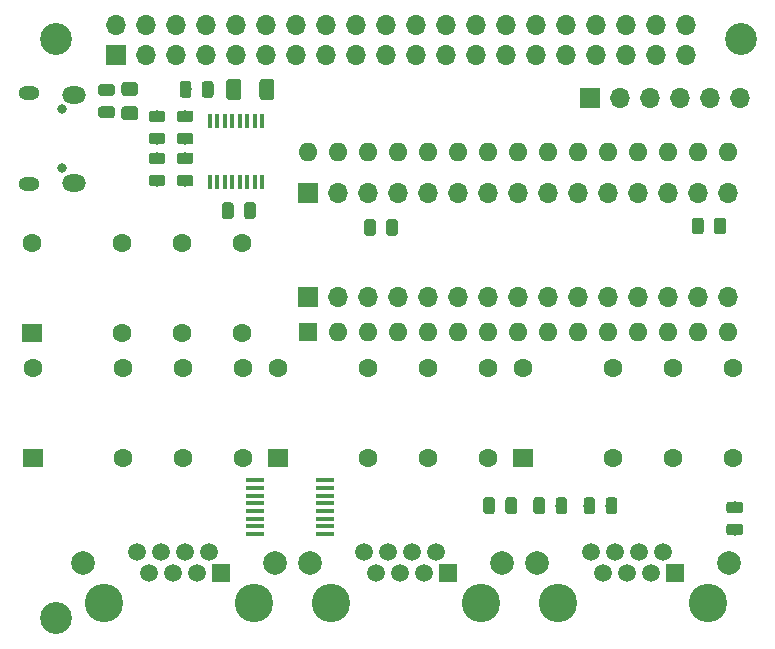
<source format=gbs>
G04 #@! TF.GenerationSoftware,KiCad,Pcbnew,(5.1.4)-1*
G04 #@! TF.CreationDate,2020-09-13T00:14:35-05:00*
G04 #@! TF.ProjectId,NetworkBreaker,4e657477-6f72-46b4-9272-65616b65722e,rev?*
G04 #@! TF.SameCoordinates,Original*
G04 #@! TF.FileFunction,Soldermask,Bot*
G04 #@! TF.FilePolarity,Negative*
%FSLAX46Y46*%
G04 Gerber Fmt 4.6, Leading zero omitted, Abs format (unit mm)*
G04 Created by KiCad (PCBNEW (5.1.4)-1) date 2020-09-13 00:14:35*
%MOMM*%
%LPD*%
G04 APERTURE LIST*
%ADD10O,1.700000X1.700000*%
%ADD11R,1.700000X1.700000*%
%ADD12C,0.150000*%
%ADD13C,0.975000*%
%ADD14C,1.600000*%
%ADD15R,1.800000X1.600000*%
%ADD16O,1.600000X1.600000*%
%ADD17R,1.600000X1.600000*%
%ADD18R,1.500000X0.450000*%
%ADD19C,1.150000*%
%ADD20C,1.250000*%
%ADD21R,0.400000X1.200000*%
%ADD22O,0.800000X0.800000*%
%ADD23O,1.800000X1.150000*%
%ADD24O,2.000000X1.450000*%
%ADD25C,2.000000*%
%ADD26C,3.250000*%
%ADD27C,1.500000*%
%ADD28R,1.500000X1.500000*%
%ADD29C,2.700000*%
G04 APERTURE END LIST*
D10*
X261470000Y-102480000D03*
X258930000Y-102480000D03*
X256390000Y-102480000D03*
X253850000Y-102480000D03*
X251310000Y-102480000D03*
D11*
X248770000Y-102480000D03*
D12*
G36*
X218340142Y-111341174D02*
G01*
X218363803Y-111344684D01*
X218387007Y-111350496D01*
X218409529Y-111358554D01*
X218431153Y-111368782D01*
X218451670Y-111381079D01*
X218470883Y-111395329D01*
X218488607Y-111411393D01*
X218504671Y-111429117D01*
X218518921Y-111448330D01*
X218531218Y-111468847D01*
X218541446Y-111490471D01*
X218549504Y-111512993D01*
X218555316Y-111536197D01*
X218558826Y-111559858D01*
X218560000Y-111583750D01*
X218560000Y-112496250D01*
X218558826Y-112520142D01*
X218555316Y-112543803D01*
X218549504Y-112567007D01*
X218541446Y-112589529D01*
X218531218Y-112611153D01*
X218518921Y-112631670D01*
X218504671Y-112650883D01*
X218488607Y-112668607D01*
X218470883Y-112684671D01*
X218451670Y-112698921D01*
X218431153Y-112711218D01*
X218409529Y-112721446D01*
X218387007Y-112729504D01*
X218363803Y-112735316D01*
X218340142Y-112738826D01*
X218316250Y-112740000D01*
X217828750Y-112740000D01*
X217804858Y-112738826D01*
X217781197Y-112735316D01*
X217757993Y-112729504D01*
X217735471Y-112721446D01*
X217713847Y-112711218D01*
X217693330Y-112698921D01*
X217674117Y-112684671D01*
X217656393Y-112668607D01*
X217640329Y-112650883D01*
X217626079Y-112631670D01*
X217613782Y-112611153D01*
X217603554Y-112589529D01*
X217595496Y-112567007D01*
X217589684Y-112543803D01*
X217586174Y-112520142D01*
X217585000Y-112496250D01*
X217585000Y-111583750D01*
X217586174Y-111559858D01*
X217589684Y-111536197D01*
X217595496Y-111512993D01*
X217603554Y-111490471D01*
X217613782Y-111468847D01*
X217626079Y-111448330D01*
X217640329Y-111429117D01*
X217656393Y-111411393D01*
X217674117Y-111395329D01*
X217693330Y-111381079D01*
X217713847Y-111368782D01*
X217735471Y-111358554D01*
X217757993Y-111350496D01*
X217781197Y-111344684D01*
X217804858Y-111341174D01*
X217828750Y-111340000D01*
X218316250Y-111340000D01*
X218340142Y-111341174D01*
X218340142Y-111341174D01*
G37*
D13*
X218072500Y-112040000D03*
D12*
G36*
X220215142Y-111341174D02*
G01*
X220238803Y-111344684D01*
X220262007Y-111350496D01*
X220284529Y-111358554D01*
X220306153Y-111368782D01*
X220326670Y-111381079D01*
X220345883Y-111395329D01*
X220363607Y-111411393D01*
X220379671Y-111429117D01*
X220393921Y-111448330D01*
X220406218Y-111468847D01*
X220416446Y-111490471D01*
X220424504Y-111512993D01*
X220430316Y-111536197D01*
X220433826Y-111559858D01*
X220435000Y-111583750D01*
X220435000Y-112496250D01*
X220433826Y-112520142D01*
X220430316Y-112543803D01*
X220424504Y-112567007D01*
X220416446Y-112589529D01*
X220406218Y-112611153D01*
X220393921Y-112631670D01*
X220379671Y-112650883D01*
X220363607Y-112668607D01*
X220345883Y-112684671D01*
X220326670Y-112698921D01*
X220306153Y-112711218D01*
X220284529Y-112721446D01*
X220262007Y-112729504D01*
X220238803Y-112735316D01*
X220215142Y-112738826D01*
X220191250Y-112740000D01*
X219703750Y-112740000D01*
X219679858Y-112738826D01*
X219656197Y-112735316D01*
X219632993Y-112729504D01*
X219610471Y-112721446D01*
X219588847Y-112711218D01*
X219568330Y-112698921D01*
X219549117Y-112684671D01*
X219531393Y-112668607D01*
X219515329Y-112650883D01*
X219501079Y-112631670D01*
X219488782Y-112611153D01*
X219478554Y-112589529D01*
X219470496Y-112567007D01*
X219464684Y-112543803D01*
X219461174Y-112520142D01*
X219460000Y-112496250D01*
X219460000Y-111583750D01*
X219461174Y-111559858D01*
X219464684Y-111536197D01*
X219470496Y-111512993D01*
X219478554Y-111490471D01*
X219488782Y-111468847D01*
X219501079Y-111448330D01*
X219515329Y-111429117D01*
X219531393Y-111411393D01*
X219549117Y-111395329D01*
X219568330Y-111381079D01*
X219588847Y-111368782D01*
X219610471Y-111358554D01*
X219632993Y-111350496D01*
X219656197Y-111344684D01*
X219679858Y-111341174D01*
X219703750Y-111340000D01*
X220191250Y-111340000D01*
X220215142Y-111341174D01*
X220215142Y-111341174D01*
G37*
D13*
X219947500Y-112040000D03*
D12*
G36*
X208290142Y-101346174D02*
G01*
X208313803Y-101349684D01*
X208337007Y-101355496D01*
X208359529Y-101363554D01*
X208381153Y-101373782D01*
X208401670Y-101386079D01*
X208420883Y-101400329D01*
X208438607Y-101416393D01*
X208454671Y-101434117D01*
X208468921Y-101453330D01*
X208481218Y-101473847D01*
X208491446Y-101495471D01*
X208499504Y-101517993D01*
X208505316Y-101541197D01*
X208508826Y-101564858D01*
X208510000Y-101588750D01*
X208510000Y-102076250D01*
X208508826Y-102100142D01*
X208505316Y-102123803D01*
X208499504Y-102147007D01*
X208491446Y-102169529D01*
X208481218Y-102191153D01*
X208468921Y-102211670D01*
X208454671Y-102230883D01*
X208438607Y-102248607D01*
X208420883Y-102264671D01*
X208401670Y-102278921D01*
X208381153Y-102291218D01*
X208359529Y-102301446D01*
X208337007Y-102309504D01*
X208313803Y-102315316D01*
X208290142Y-102318826D01*
X208266250Y-102320000D01*
X207353750Y-102320000D01*
X207329858Y-102318826D01*
X207306197Y-102315316D01*
X207282993Y-102309504D01*
X207260471Y-102301446D01*
X207238847Y-102291218D01*
X207218330Y-102278921D01*
X207199117Y-102264671D01*
X207181393Y-102248607D01*
X207165329Y-102230883D01*
X207151079Y-102211670D01*
X207138782Y-102191153D01*
X207128554Y-102169529D01*
X207120496Y-102147007D01*
X207114684Y-102123803D01*
X207111174Y-102100142D01*
X207110000Y-102076250D01*
X207110000Y-101588750D01*
X207111174Y-101564858D01*
X207114684Y-101541197D01*
X207120496Y-101517993D01*
X207128554Y-101495471D01*
X207138782Y-101473847D01*
X207151079Y-101453330D01*
X207165329Y-101434117D01*
X207181393Y-101416393D01*
X207199117Y-101400329D01*
X207218330Y-101386079D01*
X207238847Y-101373782D01*
X207260471Y-101363554D01*
X207282993Y-101355496D01*
X207306197Y-101349684D01*
X207329858Y-101346174D01*
X207353750Y-101345000D01*
X208266250Y-101345000D01*
X208290142Y-101346174D01*
X208290142Y-101346174D01*
G37*
D13*
X207810000Y-101832500D03*
D12*
G36*
X208290142Y-103221174D02*
G01*
X208313803Y-103224684D01*
X208337007Y-103230496D01*
X208359529Y-103238554D01*
X208381153Y-103248782D01*
X208401670Y-103261079D01*
X208420883Y-103275329D01*
X208438607Y-103291393D01*
X208454671Y-103309117D01*
X208468921Y-103328330D01*
X208481218Y-103348847D01*
X208491446Y-103370471D01*
X208499504Y-103392993D01*
X208505316Y-103416197D01*
X208508826Y-103439858D01*
X208510000Y-103463750D01*
X208510000Y-103951250D01*
X208508826Y-103975142D01*
X208505316Y-103998803D01*
X208499504Y-104022007D01*
X208491446Y-104044529D01*
X208481218Y-104066153D01*
X208468921Y-104086670D01*
X208454671Y-104105883D01*
X208438607Y-104123607D01*
X208420883Y-104139671D01*
X208401670Y-104153921D01*
X208381153Y-104166218D01*
X208359529Y-104176446D01*
X208337007Y-104184504D01*
X208313803Y-104190316D01*
X208290142Y-104193826D01*
X208266250Y-104195000D01*
X207353750Y-104195000D01*
X207329858Y-104193826D01*
X207306197Y-104190316D01*
X207282993Y-104184504D01*
X207260471Y-104176446D01*
X207238847Y-104166218D01*
X207218330Y-104153921D01*
X207199117Y-104139671D01*
X207181393Y-104123607D01*
X207165329Y-104105883D01*
X207151079Y-104086670D01*
X207138782Y-104066153D01*
X207128554Y-104044529D01*
X207120496Y-104022007D01*
X207114684Y-103998803D01*
X207111174Y-103975142D01*
X207110000Y-103951250D01*
X207110000Y-103463750D01*
X207111174Y-103439858D01*
X207114684Y-103416197D01*
X207120496Y-103392993D01*
X207128554Y-103370471D01*
X207138782Y-103348847D01*
X207151079Y-103328330D01*
X207165329Y-103309117D01*
X207181393Y-103291393D01*
X207199117Y-103275329D01*
X207218330Y-103261079D01*
X207238847Y-103248782D01*
X207260471Y-103238554D01*
X207282993Y-103230496D01*
X207306197Y-103224684D01*
X207329858Y-103221174D01*
X207353750Y-103220000D01*
X208266250Y-103220000D01*
X208290142Y-103221174D01*
X208290142Y-103221174D01*
G37*
D13*
X207810000Y-103707500D03*
D14*
X255790000Y-133000000D03*
X260870000Y-133000000D03*
X250710000Y-133000000D03*
X243090000Y-125380000D03*
D15*
X243090000Y-133000000D03*
D14*
X260870000Y-125380000D03*
X255790000Y-125380000D03*
X250710000Y-125380000D03*
X235015000Y-133000000D03*
X240095000Y-133000000D03*
X229935000Y-133000000D03*
X222315000Y-125380000D03*
D15*
X222315000Y-133000000D03*
D14*
X240095000Y-125380000D03*
X235015000Y-125380000D03*
X229935000Y-125380000D03*
D12*
G36*
X242335142Y-136321174D02*
G01*
X242358803Y-136324684D01*
X242382007Y-136330496D01*
X242404529Y-136338554D01*
X242426153Y-136348782D01*
X242446670Y-136361079D01*
X242465883Y-136375329D01*
X242483607Y-136391393D01*
X242499671Y-136409117D01*
X242513921Y-136428330D01*
X242526218Y-136448847D01*
X242536446Y-136470471D01*
X242544504Y-136492993D01*
X242550316Y-136516197D01*
X242553826Y-136539858D01*
X242555000Y-136563750D01*
X242555000Y-137476250D01*
X242553826Y-137500142D01*
X242550316Y-137523803D01*
X242544504Y-137547007D01*
X242536446Y-137569529D01*
X242526218Y-137591153D01*
X242513921Y-137611670D01*
X242499671Y-137630883D01*
X242483607Y-137648607D01*
X242465883Y-137664671D01*
X242446670Y-137678921D01*
X242426153Y-137691218D01*
X242404529Y-137701446D01*
X242382007Y-137709504D01*
X242358803Y-137715316D01*
X242335142Y-137718826D01*
X242311250Y-137720000D01*
X241823750Y-137720000D01*
X241799858Y-137718826D01*
X241776197Y-137715316D01*
X241752993Y-137709504D01*
X241730471Y-137701446D01*
X241708847Y-137691218D01*
X241688330Y-137678921D01*
X241669117Y-137664671D01*
X241651393Y-137648607D01*
X241635329Y-137630883D01*
X241621079Y-137611670D01*
X241608782Y-137591153D01*
X241598554Y-137569529D01*
X241590496Y-137547007D01*
X241584684Y-137523803D01*
X241581174Y-137500142D01*
X241580000Y-137476250D01*
X241580000Y-136563750D01*
X241581174Y-136539858D01*
X241584684Y-136516197D01*
X241590496Y-136492993D01*
X241598554Y-136470471D01*
X241608782Y-136448847D01*
X241621079Y-136428330D01*
X241635329Y-136409117D01*
X241651393Y-136391393D01*
X241669117Y-136375329D01*
X241688330Y-136361079D01*
X241708847Y-136348782D01*
X241730471Y-136338554D01*
X241752993Y-136330496D01*
X241776197Y-136324684D01*
X241799858Y-136321174D01*
X241823750Y-136320000D01*
X242311250Y-136320000D01*
X242335142Y-136321174D01*
X242335142Y-136321174D01*
G37*
D13*
X242067500Y-137020000D03*
D12*
G36*
X240460142Y-136321174D02*
G01*
X240483803Y-136324684D01*
X240507007Y-136330496D01*
X240529529Y-136338554D01*
X240551153Y-136348782D01*
X240571670Y-136361079D01*
X240590883Y-136375329D01*
X240608607Y-136391393D01*
X240624671Y-136409117D01*
X240638921Y-136428330D01*
X240651218Y-136448847D01*
X240661446Y-136470471D01*
X240669504Y-136492993D01*
X240675316Y-136516197D01*
X240678826Y-136539858D01*
X240680000Y-136563750D01*
X240680000Y-137476250D01*
X240678826Y-137500142D01*
X240675316Y-137523803D01*
X240669504Y-137547007D01*
X240661446Y-137569529D01*
X240651218Y-137591153D01*
X240638921Y-137611670D01*
X240624671Y-137630883D01*
X240608607Y-137648607D01*
X240590883Y-137664671D01*
X240571670Y-137678921D01*
X240551153Y-137691218D01*
X240529529Y-137701446D01*
X240507007Y-137709504D01*
X240483803Y-137715316D01*
X240460142Y-137718826D01*
X240436250Y-137720000D01*
X239948750Y-137720000D01*
X239924858Y-137718826D01*
X239901197Y-137715316D01*
X239877993Y-137709504D01*
X239855471Y-137701446D01*
X239833847Y-137691218D01*
X239813330Y-137678921D01*
X239794117Y-137664671D01*
X239776393Y-137648607D01*
X239760329Y-137630883D01*
X239746079Y-137611670D01*
X239733782Y-137591153D01*
X239723554Y-137569529D01*
X239715496Y-137547007D01*
X239709684Y-137523803D01*
X239706174Y-137500142D01*
X239705000Y-137476250D01*
X239705000Y-136563750D01*
X239706174Y-136539858D01*
X239709684Y-136516197D01*
X239715496Y-136492993D01*
X239723554Y-136470471D01*
X239733782Y-136448847D01*
X239746079Y-136428330D01*
X239760329Y-136409117D01*
X239776393Y-136391393D01*
X239794117Y-136375329D01*
X239813330Y-136361079D01*
X239833847Y-136348782D01*
X239855471Y-136338554D01*
X239877993Y-136330496D01*
X239901197Y-136324684D01*
X239924858Y-136321174D01*
X239948750Y-136320000D01*
X240436250Y-136320000D01*
X240460142Y-136321174D01*
X240460142Y-136321174D01*
G37*
D13*
X240192500Y-137020000D03*
D12*
G36*
X230380142Y-112761174D02*
G01*
X230403803Y-112764684D01*
X230427007Y-112770496D01*
X230449529Y-112778554D01*
X230471153Y-112788782D01*
X230491670Y-112801079D01*
X230510883Y-112815329D01*
X230528607Y-112831393D01*
X230544671Y-112849117D01*
X230558921Y-112868330D01*
X230571218Y-112888847D01*
X230581446Y-112910471D01*
X230589504Y-112932993D01*
X230595316Y-112956197D01*
X230598826Y-112979858D01*
X230600000Y-113003750D01*
X230600000Y-113916250D01*
X230598826Y-113940142D01*
X230595316Y-113963803D01*
X230589504Y-113987007D01*
X230581446Y-114009529D01*
X230571218Y-114031153D01*
X230558921Y-114051670D01*
X230544671Y-114070883D01*
X230528607Y-114088607D01*
X230510883Y-114104671D01*
X230491670Y-114118921D01*
X230471153Y-114131218D01*
X230449529Y-114141446D01*
X230427007Y-114149504D01*
X230403803Y-114155316D01*
X230380142Y-114158826D01*
X230356250Y-114160000D01*
X229868750Y-114160000D01*
X229844858Y-114158826D01*
X229821197Y-114155316D01*
X229797993Y-114149504D01*
X229775471Y-114141446D01*
X229753847Y-114131218D01*
X229733330Y-114118921D01*
X229714117Y-114104671D01*
X229696393Y-114088607D01*
X229680329Y-114070883D01*
X229666079Y-114051670D01*
X229653782Y-114031153D01*
X229643554Y-114009529D01*
X229635496Y-113987007D01*
X229629684Y-113963803D01*
X229626174Y-113940142D01*
X229625000Y-113916250D01*
X229625000Y-113003750D01*
X229626174Y-112979858D01*
X229629684Y-112956197D01*
X229635496Y-112932993D01*
X229643554Y-112910471D01*
X229653782Y-112888847D01*
X229666079Y-112868330D01*
X229680329Y-112849117D01*
X229696393Y-112831393D01*
X229714117Y-112815329D01*
X229733330Y-112801079D01*
X229753847Y-112788782D01*
X229775471Y-112778554D01*
X229797993Y-112770496D01*
X229821197Y-112764684D01*
X229844858Y-112761174D01*
X229868750Y-112760000D01*
X230356250Y-112760000D01*
X230380142Y-112761174D01*
X230380142Y-112761174D01*
G37*
D13*
X230112500Y-113460000D03*
D12*
G36*
X232255142Y-112761174D02*
G01*
X232278803Y-112764684D01*
X232302007Y-112770496D01*
X232324529Y-112778554D01*
X232346153Y-112788782D01*
X232366670Y-112801079D01*
X232385883Y-112815329D01*
X232403607Y-112831393D01*
X232419671Y-112849117D01*
X232433921Y-112868330D01*
X232446218Y-112888847D01*
X232456446Y-112910471D01*
X232464504Y-112932993D01*
X232470316Y-112956197D01*
X232473826Y-112979858D01*
X232475000Y-113003750D01*
X232475000Y-113916250D01*
X232473826Y-113940142D01*
X232470316Y-113963803D01*
X232464504Y-113987007D01*
X232456446Y-114009529D01*
X232446218Y-114031153D01*
X232433921Y-114051670D01*
X232419671Y-114070883D01*
X232403607Y-114088607D01*
X232385883Y-114104671D01*
X232366670Y-114118921D01*
X232346153Y-114131218D01*
X232324529Y-114141446D01*
X232302007Y-114149504D01*
X232278803Y-114155316D01*
X232255142Y-114158826D01*
X232231250Y-114160000D01*
X231743750Y-114160000D01*
X231719858Y-114158826D01*
X231696197Y-114155316D01*
X231672993Y-114149504D01*
X231650471Y-114141446D01*
X231628847Y-114131218D01*
X231608330Y-114118921D01*
X231589117Y-114104671D01*
X231571393Y-114088607D01*
X231555329Y-114070883D01*
X231541079Y-114051670D01*
X231528782Y-114031153D01*
X231518554Y-114009529D01*
X231510496Y-113987007D01*
X231504684Y-113963803D01*
X231501174Y-113940142D01*
X231500000Y-113916250D01*
X231500000Y-113003750D01*
X231501174Y-112979858D01*
X231504684Y-112956197D01*
X231510496Y-112932993D01*
X231518554Y-112910471D01*
X231528782Y-112888847D01*
X231541079Y-112868330D01*
X231555329Y-112849117D01*
X231571393Y-112831393D01*
X231589117Y-112815329D01*
X231608330Y-112801079D01*
X231628847Y-112788782D01*
X231650471Y-112778554D01*
X231672993Y-112770496D01*
X231696197Y-112764684D01*
X231719858Y-112761174D01*
X231743750Y-112760000D01*
X232231250Y-112760000D01*
X232255142Y-112761174D01*
X232255142Y-112761174D01*
G37*
D13*
X231987500Y-113460000D03*
D12*
G36*
X258140142Y-112641174D02*
G01*
X258163803Y-112644684D01*
X258187007Y-112650496D01*
X258209529Y-112658554D01*
X258231153Y-112668782D01*
X258251670Y-112681079D01*
X258270883Y-112695329D01*
X258288607Y-112711393D01*
X258304671Y-112729117D01*
X258318921Y-112748330D01*
X258331218Y-112768847D01*
X258341446Y-112790471D01*
X258349504Y-112812993D01*
X258355316Y-112836197D01*
X258358826Y-112859858D01*
X258360000Y-112883750D01*
X258360000Y-113796250D01*
X258358826Y-113820142D01*
X258355316Y-113843803D01*
X258349504Y-113867007D01*
X258341446Y-113889529D01*
X258331218Y-113911153D01*
X258318921Y-113931670D01*
X258304671Y-113950883D01*
X258288607Y-113968607D01*
X258270883Y-113984671D01*
X258251670Y-113998921D01*
X258231153Y-114011218D01*
X258209529Y-114021446D01*
X258187007Y-114029504D01*
X258163803Y-114035316D01*
X258140142Y-114038826D01*
X258116250Y-114040000D01*
X257628750Y-114040000D01*
X257604858Y-114038826D01*
X257581197Y-114035316D01*
X257557993Y-114029504D01*
X257535471Y-114021446D01*
X257513847Y-114011218D01*
X257493330Y-113998921D01*
X257474117Y-113984671D01*
X257456393Y-113968607D01*
X257440329Y-113950883D01*
X257426079Y-113931670D01*
X257413782Y-113911153D01*
X257403554Y-113889529D01*
X257395496Y-113867007D01*
X257389684Y-113843803D01*
X257386174Y-113820142D01*
X257385000Y-113796250D01*
X257385000Y-112883750D01*
X257386174Y-112859858D01*
X257389684Y-112836197D01*
X257395496Y-112812993D01*
X257403554Y-112790471D01*
X257413782Y-112768847D01*
X257426079Y-112748330D01*
X257440329Y-112729117D01*
X257456393Y-112711393D01*
X257474117Y-112695329D01*
X257493330Y-112681079D01*
X257513847Y-112668782D01*
X257535471Y-112658554D01*
X257557993Y-112650496D01*
X257581197Y-112644684D01*
X257604858Y-112641174D01*
X257628750Y-112640000D01*
X258116250Y-112640000D01*
X258140142Y-112641174D01*
X258140142Y-112641174D01*
G37*
D13*
X257872500Y-113340000D03*
D12*
G36*
X260015142Y-112641174D02*
G01*
X260038803Y-112644684D01*
X260062007Y-112650496D01*
X260084529Y-112658554D01*
X260106153Y-112668782D01*
X260126670Y-112681079D01*
X260145883Y-112695329D01*
X260163607Y-112711393D01*
X260179671Y-112729117D01*
X260193921Y-112748330D01*
X260206218Y-112768847D01*
X260216446Y-112790471D01*
X260224504Y-112812993D01*
X260230316Y-112836197D01*
X260233826Y-112859858D01*
X260235000Y-112883750D01*
X260235000Y-113796250D01*
X260233826Y-113820142D01*
X260230316Y-113843803D01*
X260224504Y-113867007D01*
X260216446Y-113889529D01*
X260206218Y-113911153D01*
X260193921Y-113931670D01*
X260179671Y-113950883D01*
X260163607Y-113968607D01*
X260145883Y-113984671D01*
X260126670Y-113998921D01*
X260106153Y-114011218D01*
X260084529Y-114021446D01*
X260062007Y-114029504D01*
X260038803Y-114035316D01*
X260015142Y-114038826D01*
X259991250Y-114040000D01*
X259503750Y-114040000D01*
X259479858Y-114038826D01*
X259456197Y-114035316D01*
X259432993Y-114029504D01*
X259410471Y-114021446D01*
X259388847Y-114011218D01*
X259368330Y-113998921D01*
X259349117Y-113984671D01*
X259331393Y-113968607D01*
X259315329Y-113950883D01*
X259301079Y-113931670D01*
X259288782Y-113911153D01*
X259278554Y-113889529D01*
X259270496Y-113867007D01*
X259264684Y-113843803D01*
X259261174Y-113820142D01*
X259260000Y-113796250D01*
X259260000Y-112883750D01*
X259261174Y-112859858D01*
X259264684Y-112836197D01*
X259270496Y-112812993D01*
X259278554Y-112790471D01*
X259288782Y-112768847D01*
X259301079Y-112748330D01*
X259315329Y-112729117D01*
X259331393Y-112711393D01*
X259349117Y-112695329D01*
X259368330Y-112681079D01*
X259388847Y-112668782D01*
X259410471Y-112658554D01*
X259432993Y-112650496D01*
X259456197Y-112644684D01*
X259479858Y-112641174D01*
X259503750Y-112640000D01*
X259991250Y-112640000D01*
X260015142Y-112641174D01*
X260015142Y-112641174D01*
G37*
D13*
X259747500Y-113340000D03*
D10*
X260400000Y-119320000D03*
X257860000Y-119320000D03*
X255320000Y-119320000D03*
X252780000Y-119320000D03*
X250240000Y-119320000D03*
X247700000Y-119320000D03*
X245160000Y-119320000D03*
X242620000Y-119320000D03*
X240080000Y-119320000D03*
X237540000Y-119320000D03*
X235000000Y-119320000D03*
X232460000Y-119320000D03*
X229920000Y-119320000D03*
X227380000Y-119320000D03*
D11*
X224840000Y-119320000D03*
D10*
X260430000Y-110590000D03*
X257890000Y-110590000D03*
X255350000Y-110590000D03*
X252810000Y-110590000D03*
X250270000Y-110590000D03*
X247730000Y-110590000D03*
X245190000Y-110590000D03*
X242650000Y-110590000D03*
X240110000Y-110590000D03*
X237570000Y-110590000D03*
X235030000Y-110590000D03*
X232490000Y-110590000D03*
X229950000Y-110590000D03*
X227410000Y-110590000D03*
D11*
X224870000Y-110590000D03*
D16*
X260420000Y-107090000D03*
X260420000Y-122330000D03*
X224860000Y-107090000D03*
X257880000Y-122330000D03*
X227400000Y-107090000D03*
X255340000Y-122330000D03*
X229940000Y-107090000D03*
X252800000Y-122330000D03*
X232480000Y-107090000D03*
X250260000Y-122330000D03*
X235020000Y-107090000D03*
X247720000Y-122330000D03*
X237560000Y-107090000D03*
X245180000Y-122330000D03*
X240100000Y-107090000D03*
X242640000Y-122330000D03*
X242640000Y-107090000D03*
X240100000Y-122330000D03*
X245180000Y-107090000D03*
X237560000Y-122330000D03*
X247720000Y-107090000D03*
X235020000Y-122330000D03*
X250260000Y-107090000D03*
X232480000Y-122330000D03*
X252800000Y-107090000D03*
X229940000Y-122330000D03*
X255340000Y-107090000D03*
X227400000Y-122330000D03*
X257880000Y-107090000D03*
D17*
X224860000Y-122330000D03*
D10*
X256896000Y-96342500D03*
X256896000Y-98882500D03*
X254356000Y-96342500D03*
X254356000Y-98882500D03*
X251816000Y-96342500D03*
X251816000Y-98882500D03*
X249276000Y-96342500D03*
X249276000Y-98882500D03*
X246736000Y-96342500D03*
X246736000Y-98882500D03*
X244196000Y-96342500D03*
X244196000Y-98882500D03*
X241656000Y-96342500D03*
X241656000Y-98882500D03*
X239116000Y-96342500D03*
X239116000Y-98882500D03*
X236576000Y-96342500D03*
X236576000Y-98882500D03*
X234036000Y-96342500D03*
X234036000Y-98882500D03*
X231496000Y-96342500D03*
X231496000Y-98882500D03*
X228956000Y-96342500D03*
X228956000Y-98882500D03*
X226416000Y-96342500D03*
X226416000Y-98882500D03*
X223876000Y-96342500D03*
X223876000Y-98882500D03*
X221336000Y-96342500D03*
X221336000Y-98882500D03*
X218796000Y-96342500D03*
X218796000Y-98882500D03*
X216256000Y-96342500D03*
X216256000Y-98882500D03*
X213716000Y-96342500D03*
X213716000Y-98882500D03*
X211176000Y-96342500D03*
X211176000Y-98882500D03*
X208636000Y-96342500D03*
D11*
X208636000Y-98882500D03*
D18*
X226290000Y-139425000D03*
X226290000Y-138775000D03*
X226290000Y-138125000D03*
X226290000Y-137475000D03*
X226290000Y-136825000D03*
X226290000Y-136175000D03*
X226290000Y-135525000D03*
X226290000Y-134875000D03*
X220390000Y-134875000D03*
X220390000Y-135525000D03*
X220390000Y-136175000D03*
X220390000Y-136825000D03*
X220390000Y-137475000D03*
X220390000Y-138125000D03*
X220390000Y-138775000D03*
X220390000Y-139425000D03*
D12*
G36*
X261470142Y-138561174D02*
G01*
X261493803Y-138564684D01*
X261517007Y-138570496D01*
X261539529Y-138578554D01*
X261561153Y-138588782D01*
X261581670Y-138601079D01*
X261600883Y-138615329D01*
X261618607Y-138631393D01*
X261634671Y-138649117D01*
X261648921Y-138668330D01*
X261661218Y-138688847D01*
X261671446Y-138710471D01*
X261679504Y-138732993D01*
X261685316Y-138756197D01*
X261688826Y-138779858D01*
X261690000Y-138803750D01*
X261690000Y-139291250D01*
X261688826Y-139315142D01*
X261685316Y-139338803D01*
X261679504Y-139362007D01*
X261671446Y-139384529D01*
X261661218Y-139406153D01*
X261648921Y-139426670D01*
X261634671Y-139445883D01*
X261618607Y-139463607D01*
X261600883Y-139479671D01*
X261581670Y-139493921D01*
X261561153Y-139506218D01*
X261539529Y-139516446D01*
X261517007Y-139524504D01*
X261493803Y-139530316D01*
X261470142Y-139533826D01*
X261446250Y-139535000D01*
X260533750Y-139535000D01*
X260509858Y-139533826D01*
X260486197Y-139530316D01*
X260462993Y-139524504D01*
X260440471Y-139516446D01*
X260418847Y-139506218D01*
X260398330Y-139493921D01*
X260379117Y-139479671D01*
X260361393Y-139463607D01*
X260345329Y-139445883D01*
X260331079Y-139426670D01*
X260318782Y-139406153D01*
X260308554Y-139384529D01*
X260300496Y-139362007D01*
X260294684Y-139338803D01*
X260291174Y-139315142D01*
X260290000Y-139291250D01*
X260290000Y-138803750D01*
X260291174Y-138779858D01*
X260294684Y-138756197D01*
X260300496Y-138732993D01*
X260308554Y-138710471D01*
X260318782Y-138688847D01*
X260331079Y-138668330D01*
X260345329Y-138649117D01*
X260361393Y-138631393D01*
X260379117Y-138615329D01*
X260398330Y-138601079D01*
X260418847Y-138588782D01*
X260440471Y-138578554D01*
X260462993Y-138570496D01*
X260486197Y-138564684D01*
X260509858Y-138561174D01*
X260533750Y-138560000D01*
X261446250Y-138560000D01*
X261470142Y-138561174D01*
X261470142Y-138561174D01*
G37*
D13*
X260990000Y-139047500D03*
D12*
G36*
X261470142Y-136686174D02*
G01*
X261493803Y-136689684D01*
X261517007Y-136695496D01*
X261539529Y-136703554D01*
X261561153Y-136713782D01*
X261581670Y-136726079D01*
X261600883Y-136740329D01*
X261618607Y-136756393D01*
X261634671Y-136774117D01*
X261648921Y-136793330D01*
X261661218Y-136813847D01*
X261671446Y-136835471D01*
X261679504Y-136857993D01*
X261685316Y-136881197D01*
X261688826Y-136904858D01*
X261690000Y-136928750D01*
X261690000Y-137416250D01*
X261688826Y-137440142D01*
X261685316Y-137463803D01*
X261679504Y-137487007D01*
X261671446Y-137509529D01*
X261661218Y-137531153D01*
X261648921Y-137551670D01*
X261634671Y-137570883D01*
X261618607Y-137588607D01*
X261600883Y-137604671D01*
X261581670Y-137618921D01*
X261561153Y-137631218D01*
X261539529Y-137641446D01*
X261517007Y-137649504D01*
X261493803Y-137655316D01*
X261470142Y-137658826D01*
X261446250Y-137660000D01*
X260533750Y-137660000D01*
X260509858Y-137658826D01*
X260486197Y-137655316D01*
X260462993Y-137649504D01*
X260440471Y-137641446D01*
X260418847Y-137631218D01*
X260398330Y-137618921D01*
X260379117Y-137604671D01*
X260361393Y-137588607D01*
X260345329Y-137570883D01*
X260331079Y-137551670D01*
X260318782Y-137531153D01*
X260308554Y-137509529D01*
X260300496Y-137487007D01*
X260294684Y-137463803D01*
X260291174Y-137440142D01*
X260290000Y-137416250D01*
X260290000Y-136928750D01*
X260291174Y-136904858D01*
X260294684Y-136881197D01*
X260300496Y-136857993D01*
X260308554Y-136835471D01*
X260318782Y-136813847D01*
X260331079Y-136793330D01*
X260345329Y-136774117D01*
X260361393Y-136756393D01*
X260379117Y-136740329D01*
X260398330Y-136726079D01*
X260418847Y-136713782D01*
X260440471Y-136703554D01*
X260462993Y-136695496D01*
X260486197Y-136689684D01*
X260509858Y-136686174D01*
X260533750Y-136685000D01*
X261446250Y-136685000D01*
X261470142Y-136686174D01*
X261470142Y-136686174D01*
G37*
D13*
X260990000Y-137172500D03*
D12*
G36*
X250825142Y-136321174D02*
G01*
X250848803Y-136324684D01*
X250872007Y-136330496D01*
X250894529Y-136338554D01*
X250916153Y-136348782D01*
X250936670Y-136361079D01*
X250955883Y-136375329D01*
X250973607Y-136391393D01*
X250989671Y-136409117D01*
X251003921Y-136428330D01*
X251016218Y-136448847D01*
X251026446Y-136470471D01*
X251034504Y-136492993D01*
X251040316Y-136516197D01*
X251043826Y-136539858D01*
X251045000Y-136563750D01*
X251045000Y-137476250D01*
X251043826Y-137500142D01*
X251040316Y-137523803D01*
X251034504Y-137547007D01*
X251026446Y-137569529D01*
X251016218Y-137591153D01*
X251003921Y-137611670D01*
X250989671Y-137630883D01*
X250973607Y-137648607D01*
X250955883Y-137664671D01*
X250936670Y-137678921D01*
X250916153Y-137691218D01*
X250894529Y-137701446D01*
X250872007Y-137709504D01*
X250848803Y-137715316D01*
X250825142Y-137718826D01*
X250801250Y-137720000D01*
X250313750Y-137720000D01*
X250289858Y-137718826D01*
X250266197Y-137715316D01*
X250242993Y-137709504D01*
X250220471Y-137701446D01*
X250198847Y-137691218D01*
X250178330Y-137678921D01*
X250159117Y-137664671D01*
X250141393Y-137648607D01*
X250125329Y-137630883D01*
X250111079Y-137611670D01*
X250098782Y-137591153D01*
X250088554Y-137569529D01*
X250080496Y-137547007D01*
X250074684Y-137523803D01*
X250071174Y-137500142D01*
X250070000Y-137476250D01*
X250070000Y-136563750D01*
X250071174Y-136539858D01*
X250074684Y-136516197D01*
X250080496Y-136492993D01*
X250088554Y-136470471D01*
X250098782Y-136448847D01*
X250111079Y-136428330D01*
X250125329Y-136409117D01*
X250141393Y-136391393D01*
X250159117Y-136375329D01*
X250178330Y-136361079D01*
X250198847Y-136348782D01*
X250220471Y-136338554D01*
X250242993Y-136330496D01*
X250266197Y-136324684D01*
X250289858Y-136321174D01*
X250313750Y-136320000D01*
X250801250Y-136320000D01*
X250825142Y-136321174D01*
X250825142Y-136321174D01*
G37*
D13*
X250557500Y-137020000D03*
D12*
G36*
X248950142Y-136321174D02*
G01*
X248973803Y-136324684D01*
X248997007Y-136330496D01*
X249019529Y-136338554D01*
X249041153Y-136348782D01*
X249061670Y-136361079D01*
X249080883Y-136375329D01*
X249098607Y-136391393D01*
X249114671Y-136409117D01*
X249128921Y-136428330D01*
X249141218Y-136448847D01*
X249151446Y-136470471D01*
X249159504Y-136492993D01*
X249165316Y-136516197D01*
X249168826Y-136539858D01*
X249170000Y-136563750D01*
X249170000Y-137476250D01*
X249168826Y-137500142D01*
X249165316Y-137523803D01*
X249159504Y-137547007D01*
X249151446Y-137569529D01*
X249141218Y-137591153D01*
X249128921Y-137611670D01*
X249114671Y-137630883D01*
X249098607Y-137648607D01*
X249080883Y-137664671D01*
X249061670Y-137678921D01*
X249041153Y-137691218D01*
X249019529Y-137701446D01*
X248997007Y-137709504D01*
X248973803Y-137715316D01*
X248950142Y-137718826D01*
X248926250Y-137720000D01*
X248438750Y-137720000D01*
X248414858Y-137718826D01*
X248391197Y-137715316D01*
X248367993Y-137709504D01*
X248345471Y-137701446D01*
X248323847Y-137691218D01*
X248303330Y-137678921D01*
X248284117Y-137664671D01*
X248266393Y-137648607D01*
X248250329Y-137630883D01*
X248236079Y-137611670D01*
X248223782Y-137591153D01*
X248213554Y-137569529D01*
X248205496Y-137547007D01*
X248199684Y-137523803D01*
X248196174Y-137500142D01*
X248195000Y-137476250D01*
X248195000Y-136563750D01*
X248196174Y-136539858D01*
X248199684Y-136516197D01*
X248205496Y-136492993D01*
X248213554Y-136470471D01*
X248223782Y-136448847D01*
X248236079Y-136428330D01*
X248250329Y-136409117D01*
X248266393Y-136391393D01*
X248284117Y-136375329D01*
X248303330Y-136361079D01*
X248323847Y-136348782D01*
X248345471Y-136338554D01*
X248367993Y-136330496D01*
X248391197Y-136324684D01*
X248414858Y-136321174D01*
X248438750Y-136320000D01*
X248926250Y-136320000D01*
X248950142Y-136321174D01*
X248950142Y-136321174D01*
G37*
D13*
X248682500Y-137020000D03*
D12*
G36*
X246580142Y-136321174D02*
G01*
X246603803Y-136324684D01*
X246627007Y-136330496D01*
X246649529Y-136338554D01*
X246671153Y-136348782D01*
X246691670Y-136361079D01*
X246710883Y-136375329D01*
X246728607Y-136391393D01*
X246744671Y-136409117D01*
X246758921Y-136428330D01*
X246771218Y-136448847D01*
X246781446Y-136470471D01*
X246789504Y-136492993D01*
X246795316Y-136516197D01*
X246798826Y-136539858D01*
X246800000Y-136563750D01*
X246800000Y-137476250D01*
X246798826Y-137500142D01*
X246795316Y-137523803D01*
X246789504Y-137547007D01*
X246781446Y-137569529D01*
X246771218Y-137591153D01*
X246758921Y-137611670D01*
X246744671Y-137630883D01*
X246728607Y-137648607D01*
X246710883Y-137664671D01*
X246691670Y-137678921D01*
X246671153Y-137691218D01*
X246649529Y-137701446D01*
X246627007Y-137709504D01*
X246603803Y-137715316D01*
X246580142Y-137718826D01*
X246556250Y-137720000D01*
X246068750Y-137720000D01*
X246044858Y-137718826D01*
X246021197Y-137715316D01*
X245997993Y-137709504D01*
X245975471Y-137701446D01*
X245953847Y-137691218D01*
X245933330Y-137678921D01*
X245914117Y-137664671D01*
X245896393Y-137648607D01*
X245880329Y-137630883D01*
X245866079Y-137611670D01*
X245853782Y-137591153D01*
X245843554Y-137569529D01*
X245835496Y-137547007D01*
X245829684Y-137523803D01*
X245826174Y-137500142D01*
X245825000Y-137476250D01*
X245825000Y-136563750D01*
X245826174Y-136539858D01*
X245829684Y-136516197D01*
X245835496Y-136492993D01*
X245843554Y-136470471D01*
X245853782Y-136448847D01*
X245866079Y-136428330D01*
X245880329Y-136409117D01*
X245896393Y-136391393D01*
X245914117Y-136375329D01*
X245933330Y-136361079D01*
X245953847Y-136348782D01*
X245975471Y-136338554D01*
X245997993Y-136330496D01*
X246021197Y-136324684D01*
X246044858Y-136321174D01*
X246068750Y-136320000D01*
X246556250Y-136320000D01*
X246580142Y-136321174D01*
X246580142Y-136321174D01*
G37*
D13*
X246312500Y-137020000D03*
D12*
G36*
X244705142Y-136321174D02*
G01*
X244728803Y-136324684D01*
X244752007Y-136330496D01*
X244774529Y-136338554D01*
X244796153Y-136348782D01*
X244816670Y-136361079D01*
X244835883Y-136375329D01*
X244853607Y-136391393D01*
X244869671Y-136409117D01*
X244883921Y-136428330D01*
X244896218Y-136448847D01*
X244906446Y-136470471D01*
X244914504Y-136492993D01*
X244920316Y-136516197D01*
X244923826Y-136539858D01*
X244925000Y-136563750D01*
X244925000Y-137476250D01*
X244923826Y-137500142D01*
X244920316Y-137523803D01*
X244914504Y-137547007D01*
X244906446Y-137569529D01*
X244896218Y-137591153D01*
X244883921Y-137611670D01*
X244869671Y-137630883D01*
X244853607Y-137648607D01*
X244835883Y-137664671D01*
X244816670Y-137678921D01*
X244796153Y-137691218D01*
X244774529Y-137701446D01*
X244752007Y-137709504D01*
X244728803Y-137715316D01*
X244705142Y-137718826D01*
X244681250Y-137720000D01*
X244193750Y-137720000D01*
X244169858Y-137718826D01*
X244146197Y-137715316D01*
X244122993Y-137709504D01*
X244100471Y-137701446D01*
X244078847Y-137691218D01*
X244058330Y-137678921D01*
X244039117Y-137664671D01*
X244021393Y-137648607D01*
X244005329Y-137630883D01*
X243991079Y-137611670D01*
X243978782Y-137591153D01*
X243968554Y-137569529D01*
X243960496Y-137547007D01*
X243954684Y-137523803D01*
X243951174Y-137500142D01*
X243950000Y-137476250D01*
X243950000Y-136563750D01*
X243951174Y-136539858D01*
X243954684Y-136516197D01*
X243960496Y-136492993D01*
X243968554Y-136470471D01*
X243978782Y-136448847D01*
X243991079Y-136428330D01*
X244005329Y-136409117D01*
X244021393Y-136391393D01*
X244039117Y-136375329D01*
X244058330Y-136361079D01*
X244078847Y-136348782D01*
X244100471Y-136338554D01*
X244122993Y-136330496D01*
X244146197Y-136324684D01*
X244169858Y-136321174D01*
X244193750Y-136320000D01*
X244681250Y-136320000D01*
X244705142Y-136321174D01*
X244705142Y-136321174D01*
G37*
D13*
X244437500Y-137020000D03*
D14*
X214240000Y-133000000D03*
X219320000Y-133000000D03*
X209160000Y-133000000D03*
X201540000Y-125380000D03*
D15*
X201540000Y-133000000D03*
D14*
X219320000Y-125380000D03*
X214240000Y-125380000D03*
X209160000Y-125380000D03*
X214230000Y-122370000D03*
X219310000Y-122370000D03*
X209150000Y-122370000D03*
X201530000Y-114750000D03*
D15*
X201530000Y-122370000D03*
D14*
X219310000Y-114750000D03*
X214230000Y-114750000D03*
X209150000Y-114750000D03*
D12*
G36*
X214949342Y-107132174D02*
G01*
X214973003Y-107135684D01*
X214996207Y-107141496D01*
X215018729Y-107149554D01*
X215040353Y-107159782D01*
X215060870Y-107172079D01*
X215080083Y-107186329D01*
X215097807Y-107202393D01*
X215113871Y-107220117D01*
X215128121Y-107239330D01*
X215140418Y-107259847D01*
X215150646Y-107281471D01*
X215158704Y-107303993D01*
X215164516Y-107327197D01*
X215168026Y-107350858D01*
X215169200Y-107374750D01*
X215169200Y-107862250D01*
X215168026Y-107886142D01*
X215164516Y-107909803D01*
X215158704Y-107933007D01*
X215150646Y-107955529D01*
X215140418Y-107977153D01*
X215128121Y-107997670D01*
X215113871Y-108016883D01*
X215097807Y-108034607D01*
X215080083Y-108050671D01*
X215060870Y-108064921D01*
X215040353Y-108077218D01*
X215018729Y-108087446D01*
X214996207Y-108095504D01*
X214973003Y-108101316D01*
X214949342Y-108104826D01*
X214925450Y-108106000D01*
X214012950Y-108106000D01*
X213989058Y-108104826D01*
X213965397Y-108101316D01*
X213942193Y-108095504D01*
X213919671Y-108087446D01*
X213898047Y-108077218D01*
X213877530Y-108064921D01*
X213858317Y-108050671D01*
X213840593Y-108034607D01*
X213824529Y-108016883D01*
X213810279Y-107997670D01*
X213797982Y-107977153D01*
X213787754Y-107955529D01*
X213779696Y-107933007D01*
X213773884Y-107909803D01*
X213770374Y-107886142D01*
X213769200Y-107862250D01*
X213769200Y-107374750D01*
X213770374Y-107350858D01*
X213773884Y-107327197D01*
X213779696Y-107303993D01*
X213787754Y-107281471D01*
X213797982Y-107259847D01*
X213810279Y-107239330D01*
X213824529Y-107220117D01*
X213840593Y-107202393D01*
X213858317Y-107186329D01*
X213877530Y-107172079D01*
X213898047Y-107159782D01*
X213919671Y-107149554D01*
X213942193Y-107141496D01*
X213965397Y-107135684D01*
X213989058Y-107132174D01*
X214012950Y-107131000D01*
X214925450Y-107131000D01*
X214949342Y-107132174D01*
X214949342Y-107132174D01*
G37*
D13*
X214469200Y-107618500D03*
D12*
G36*
X214949342Y-109007174D02*
G01*
X214973003Y-109010684D01*
X214996207Y-109016496D01*
X215018729Y-109024554D01*
X215040353Y-109034782D01*
X215060870Y-109047079D01*
X215080083Y-109061329D01*
X215097807Y-109077393D01*
X215113871Y-109095117D01*
X215128121Y-109114330D01*
X215140418Y-109134847D01*
X215150646Y-109156471D01*
X215158704Y-109178993D01*
X215164516Y-109202197D01*
X215168026Y-109225858D01*
X215169200Y-109249750D01*
X215169200Y-109737250D01*
X215168026Y-109761142D01*
X215164516Y-109784803D01*
X215158704Y-109808007D01*
X215150646Y-109830529D01*
X215140418Y-109852153D01*
X215128121Y-109872670D01*
X215113871Y-109891883D01*
X215097807Y-109909607D01*
X215080083Y-109925671D01*
X215060870Y-109939921D01*
X215040353Y-109952218D01*
X215018729Y-109962446D01*
X214996207Y-109970504D01*
X214973003Y-109976316D01*
X214949342Y-109979826D01*
X214925450Y-109981000D01*
X214012950Y-109981000D01*
X213989058Y-109979826D01*
X213965397Y-109976316D01*
X213942193Y-109970504D01*
X213919671Y-109962446D01*
X213898047Y-109952218D01*
X213877530Y-109939921D01*
X213858317Y-109925671D01*
X213840593Y-109909607D01*
X213824529Y-109891883D01*
X213810279Y-109872670D01*
X213797982Y-109852153D01*
X213787754Y-109830529D01*
X213779696Y-109808007D01*
X213773884Y-109784803D01*
X213770374Y-109761142D01*
X213769200Y-109737250D01*
X213769200Y-109249750D01*
X213770374Y-109225858D01*
X213773884Y-109202197D01*
X213779696Y-109178993D01*
X213787754Y-109156471D01*
X213797982Y-109134847D01*
X213810279Y-109114330D01*
X213824529Y-109095117D01*
X213840593Y-109077393D01*
X213858317Y-109061329D01*
X213877530Y-109047079D01*
X213898047Y-109034782D01*
X213919671Y-109024554D01*
X213942193Y-109016496D01*
X213965397Y-109010684D01*
X213989058Y-109007174D01*
X214012950Y-109006000D01*
X214925450Y-109006000D01*
X214949342Y-109007174D01*
X214949342Y-109007174D01*
G37*
D13*
X214469200Y-109493500D03*
D12*
G36*
X214949342Y-103576174D02*
G01*
X214973003Y-103579684D01*
X214996207Y-103585496D01*
X215018729Y-103593554D01*
X215040353Y-103603782D01*
X215060870Y-103616079D01*
X215080083Y-103630329D01*
X215097807Y-103646393D01*
X215113871Y-103664117D01*
X215128121Y-103683330D01*
X215140418Y-103703847D01*
X215150646Y-103725471D01*
X215158704Y-103747993D01*
X215164516Y-103771197D01*
X215168026Y-103794858D01*
X215169200Y-103818750D01*
X215169200Y-104306250D01*
X215168026Y-104330142D01*
X215164516Y-104353803D01*
X215158704Y-104377007D01*
X215150646Y-104399529D01*
X215140418Y-104421153D01*
X215128121Y-104441670D01*
X215113871Y-104460883D01*
X215097807Y-104478607D01*
X215080083Y-104494671D01*
X215060870Y-104508921D01*
X215040353Y-104521218D01*
X215018729Y-104531446D01*
X214996207Y-104539504D01*
X214973003Y-104545316D01*
X214949342Y-104548826D01*
X214925450Y-104550000D01*
X214012950Y-104550000D01*
X213989058Y-104548826D01*
X213965397Y-104545316D01*
X213942193Y-104539504D01*
X213919671Y-104531446D01*
X213898047Y-104521218D01*
X213877530Y-104508921D01*
X213858317Y-104494671D01*
X213840593Y-104478607D01*
X213824529Y-104460883D01*
X213810279Y-104441670D01*
X213797982Y-104421153D01*
X213787754Y-104399529D01*
X213779696Y-104377007D01*
X213773884Y-104353803D01*
X213770374Y-104330142D01*
X213769200Y-104306250D01*
X213769200Y-103818750D01*
X213770374Y-103794858D01*
X213773884Y-103771197D01*
X213779696Y-103747993D01*
X213787754Y-103725471D01*
X213797982Y-103703847D01*
X213810279Y-103683330D01*
X213824529Y-103664117D01*
X213840593Y-103646393D01*
X213858317Y-103630329D01*
X213877530Y-103616079D01*
X213898047Y-103603782D01*
X213919671Y-103593554D01*
X213942193Y-103585496D01*
X213965397Y-103579684D01*
X213989058Y-103576174D01*
X214012950Y-103575000D01*
X214925450Y-103575000D01*
X214949342Y-103576174D01*
X214949342Y-103576174D01*
G37*
D13*
X214469200Y-104062500D03*
D12*
G36*
X214949342Y-105451174D02*
G01*
X214973003Y-105454684D01*
X214996207Y-105460496D01*
X215018729Y-105468554D01*
X215040353Y-105478782D01*
X215060870Y-105491079D01*
X215080083Y-105505329D01*
X215097807Y-105521393D01*
X215113871Y-105539117D01*
X215128121Y-105558330D01*
X215140418Y-105578847D01*
X215150646Y-105600471D01*
X215158704Y-105622993D01*
X215164516Y-105646197D01*
X215168026Y-105669858D01*
X215169200Y-105693750D01*
X215169200Y-106181250D01*
X215168026Y-106205142D01*
X215164516Y-106228803D01*
X215158704Y-106252007D01*
X215150646Y-106274529D01*
X215140418Y-106296153D01*
X215128121Y-106316670D01*
X215113871Y-106335883D01*
X215097807Y-106353607D01*
X215080083Y-106369671D01*
X215060870Y-106383921D01*
X215040353Y-106396218D01*
X215018729Y-106406446D01*
X214996207Y-106414504D01*
X214973003Y-106420316D01*
X214949342Y-106423826D01*
X214925450Y-106425000D01*
X214012950Y-106425000D01*
X213989058Y-106423826D01*
X213965397Y-106420316D01*
X213942193Y-106414504D01*
X213919671Y-106406446D01*
X213898047Y-106396218D01*
X213877530Y-106383921D01*
X213858317Y-106369671D01*
X213840593Y-106353607D01*
X213824529Y-106335883D01*
X213810279Y-106316670D01*
X213797982Y-106296153D01*
X213787754Y-106274529D01*
X213779696Y-106252007D01*
X213773884Y-106228803D01*
X213770374Y-106205142D01*
X213769200Y-106181250D01*
X213769200Y-105693750D01*
X213770374Y-105669858D01*
X213773884Y-105646197D01*
X213779696Y-105622993D01*
X213787754Y-105600471D01*
X213797982Y-105578847D01*
X213810279Y-105558330D01*
X213824529Y-105539117D01*
X213840593Y-105521393D01*
X213858317Y-105505329D01*
X213877530Y-105491079D01*
X213898047Y-105478782D01*
X213919671Y-105468554D01*
X213942193Y-105460496D01*
X213965397Y-105454684D01*
X213989058Y-105451174D01*
X214012950Y-105450000D01*
X214925450Y-105450000D01*
X214949342Y-105451174D01*
X214949342Y-105451174D01*
G37*
D13*
X214469200Y-105937500D03*
D12*
G36*
X210244505Y-103221204D02*
G01*
X210268773Y-103224804D01*
X210292572Y-103230765D01*
X210315671Y-103239030D01*
X210337850Y-103249520D01*
X210358893Y-103262132D01*
X210378599Y-103276747D01*
X210396777Y-103293223D01*
X210413253Y-103311401D01*
X210427868Y-103331107D01*
X210440480Y-103352150D01*
X210450970Y-103374329D01*
X210459235Y-103397428D01*
X210465196Y-103421227D01*
X210468796Y-103445495D01*
X210470000Y-103469999D01*
X210470000Y-104120001D01*
X210468796Y-104144505D01*
X210465196Y-104168773D01*
X210459235Y-104192572D01*
X210450970Y-104215671D01*
X210440480Y-104237850D01*
X210427868Y-104258893D01*
X210413253Y-104278599D01*
X210396777Y-104296777D01*
X210378599Y-104313253D01*
X210358893Y-104327868D01*
X210337850Y-104340480D01*
X210315671Y-104350970D01*
X210292572Y-104359235D01*
X210268773Y-104365196D01*
X210244505Y-104368796D01*
X210220001Y-104370000D01*
X209319999Y-104370000D01*
X209295495Y-104368796D01*
X209271227Y-104365196D01*
X209247428Y-104359235D01*
X209224329Y-104350970D01*
X209202150Y-104340480D01*
X209181107Y-104327868D01*
X209161401Y-104313253D01*
X209143223Y-104296777D01*
X209126747Y-104278599D01*
X209112132Y-104258893D01*
X209099520Y-104237850D01*
X209089030Y-104215671D01*
X209080765Y-104192572D01*
X209074804Y-104168773D01*
X209071204Y-104144505D01*
X209070000Y-104120001D01*
X209070000Y-103469999D01*
X209071204Y-103445495D01*
X209074804Y-103421227D01*
X209080765Y-103397428D01*
X209089030Y-103374329D01*
X209099520Y-103352150D01*
X209112132Y-103331107D01*
X209126747Y-103311401D01*
X209143223Y-103293223D01*
X209161401Y-103276747D01*
X209181107Y-103262132D01*
X209202150Y-103249520D01*
X209224329Y-103239030D01*
X209247428Y-103230765D01*
X209271227Y-103224804D01*
X209295495Y-103221204D01*
X209319999Y-103220000D01*
X210220001Y-103220000D01*
X210244505Y-103221204D01*
X210244505Y-103221204D01*
G37*
D19*
X209770000Y-103795000D03*
D12*
G36*
X210244505Y-101171204D02*
G01*
X210268773Y-101174804D01*
X210292572Y-101180765D01*
X210315671Y-101189030D01*
X210337850Y-101199520D01*
X210358893Y-101212132D01*
X210378599Y-101226747D01*
X210396777Y-101243223D01*
X210413253Y-101261401D01*
X210427868Y-101281107D01*
X210440480Y-101302150D01*
X210450970Y-101324329D01*
X210459235Y-101347428D01*
X210465196Y-101371227D01*
X210468796Y-101395495D01*
X210470000Y-101419999D01*
X210470000Y-102070001D01*
X210468796Y-102094505D01*
X210465196Y-102118773D01*
X210459235Y-102142572D01*
X210450970Y-102165671D01*
X210440480Y-102187850D01*
X210427868Y-102208893D01*
X210413253Y-102228599D01*
X210396777Y-102246777D01*
X210378599Y-102263253D01*
X210358893Y-102277868D01*
X210337850Y-102290480D01*
X210315671Y-102300970D01*
X210292572Y-102309235D01*
X210268773Y-102315196D01*
X210244505Y-102318796D01*
X210220001Y-102320000D01*
X209319999Y-102320000D01*
X209295495Y-102318796D01*
X209271227Y-102315196D01*
X209247428Y-102309235D01*
X209224329Y-102300970D01*
X209202150Y-102290480D01*
X209181107Y-102277868D01*
X209161401Y-102263253D01*
X209143223Y-102246777D01*
X209126747Y-102228599D01*
X209112132Y-102208893D01*
X209099520Y-102187850D01*
X209089030Y-102165671D01*
X209080765Y-102142572D01*
X209074804Y-102118773D01*
X209071204Y-102094505D01*
X209070000Y-102070001D01*
X209070000Y-101419999D01*
X209071204Y-101395495D01*
X209074804Y-101371227D01*
X209080765Y-101347428D01*
X209089030Y-101324329D01*
X209099520Y-101302150D01*
X209112132Y-101281107D01*
X209126747Y-101261401D01*
X209143223Y-101243223D01*
X209161401Y-101226747D01*
X209181107Y-101212132D01*
X209202150Y-101199520D01*
X209224329Y-101189030D01*
X209247428Y-101180765D01*
X209271227Y-101174804D01*
X209295495Y-101171204D01*
X209319999Y-101170000D01*
X210220001Y-101170000D01*
X210244505Y-101171204D01*
X210244505Y-101171204D01*
G37*
D19*
X209770000Y-101745000D03*
D12*
G36*
X212561742Y-109007174D02*
G01*
X212585403Y-109010684D01*
X212608607Y-109016496D01*
X212631129Y-109024554D01*
X212652753Y-109034782D01*
X212673270Y-109047079D01*
X212692483Y-109061329D01*
X212710207Y-109077393D01*
X212726271Y-109095117D01*
X212740521Y-109114330D01*
X212752818Y-109134847D01*
X212763046Y-109156471D01*
X212771104Y-109178993D01*
X212776916Y-109202197D01*
X212780426Y-109225858D01*
X212781600Y-109249750D01*
X212781600Y-109737250D01*
X212780426Y-109761142D01*
X212776916Y-109784803D01*
X212771104Y-109808007D01*
X212763046Y-109830529D01*
X212752818Y-109852153D01*
X212740521Y-109872670D01*
X212726271Y-109891883D01*
X212710207Y-109909607D01*
X212692483Y-109925671D01*
X212673270Y-109939921D01*
X212652753Y-109952218D01*
X212631129Y-109962446D01*
X212608607Y-109970504D01*
X212585403Y-109976316D01*
X212561742Y-109979826D01*
X212537850Y-109981000D01*
X211625350Y-109981000D01*
X211601458Y-109979826D01*
X211577797Y-109976316D01*
X211554593Y-109970504D01*
X211532071Y-109962446D01*
X211510447Y-109952218D01*
X211489930Y-109939921D01*
X211470717Y-109925671D01*
X211452993Y-109909607D01*
X211436929Y-109891883D01*
X211422679Y-109872670D01*
X211410382Y-109852153D01*
X211400154Y-109830529D01*
X211392096Y-109808007D01*
X211386284Y-109784803D01*
X211382774Y-109761142D01*
X211381600Y-109737250D01*
X211381600Y-109249750D01*
X211382774Y-109225858D01*
X211386284Y-109202197D01*
X211392096Y-109178993D01*
X211400154Y-109156471D01*
X211410382Y-109134847D01*
X211422679Y-109114330D01*
X211436929Y-109095117D01*
X211452993Y-109077393D01*
X211470717Y-109061329D01*
X211489930Y-109047079D01*
X211510447Y-109034782D01*
X211532071Y-109024554D01*
X211554593Y-109016496D01*
X211577797Y-109010684D01*
X211601458Y-109007174D01*
X211625350Y-109006000D01*
X212537850Y-109006000D01*
X212561742Y-109007174D01*
X212561742Y-109007174D01*
G37*
D13*
X212081600Y-109493500D03*
D12*
G36*
X212561742Y-107132174D02*
G01*
X212585403Y-107135684D01*
X212608607Y-107141496D01*
X212631129Y-107149554D01*
X212652753Y-107159782D01*
X212673270Y-107172079D01*
X212692483Y-107186329D01*
X212710207Y-107202393D01*
X212726271Y-107220117D01*
X212740521Y-107239330D01*
X212752818Y-107259847D01*
X212763046Y-107281471D01*
X212771104Y-107303993D01*
X212776916Y-107327197D01*
X212780426Y-107350858D01*
X212781600Y-107374750D01*
X212781600Y-107862250D01*
X212780426Y-107886142D01*
X212776916Y-107909803D01*
X212771104Y-107933007D01*
X212763046Y-107955529D01*
X212752818Y-107977153D01*
X212740521Y-107997670D01*
X212726271Y-108016883D01*
X212710207Y-108034607D01*
X212692483Y-108050671D01*
X212673270Y-108064921D01*
X212652753Y-108077218D01*
X212631129Y-108087446D01*
X212608607Y-108095504D01*
X212585403Y-108101316D01*
X212561742Y-108104826D01*
X212537850Y-108106000D01*
X211625350Y-108106000D01*
X211601458Y-108104826D01*
X211577797Y-108101316D01*
X211554593Y-108095504D01*
X211532071Y-108087446D01*
X211510447Y-108077218D01*
X211489930Y-108064921D01*
X211470717Y-108050671D01*
X211452993Y-108034607D01*
X211436929Y-108016883D01*
X211422679Y-107997670D01*
X211410382Y-107977153D01*
X211400154Y-107955529D01*
X211392096Y-107933007D01*
X211386284Y-107909803D01*
X211382774Y-107886142D01*
X211381600Y-107862250D01*
X211381600Y-107374750D01*
X211382774Y-107350858D01*
X211386284Y-107327197D01*
X211392096Y-107303993D01*
X211400154Y-107281471D01*
X211410382Y-107259847D01*
X211422679Y-107239330D01*
X211436929Y-107220117D01*
X211452993Y-107202393D01*
X211470717Y-107186329D01*
X211489930Y-107172079D01*
X211510447Y-107159782D01*
X211532071Y-107149554D01*
X211554593Y-107141496D01*
X211577797Y-107135684D01*
X211601458Y-107132174D01*
X211625350Y-107131000D01*
X212537850Y-107131000D01*
X212561742Y-107132174D01*
X212561742Y-107132174D01*
G37*
D13*
X212081600Y-107618500D03*
D12*
G36*
X212561742Y-105451174D02*
G01*
X212585403Y-105454684D01*
X212608607Y-105460496D01*
X212631129Y-105468554D01*
X212652753Y-105478782D01*
X212673270Y-105491079D01*
X212692483Y-105505329D01*
X212710207Y-105521393D01*
X212726271Y-105539117D01*
X212740521Y-105558330D01*
X212752818Y-105578847D01*
X212763046Y-105600471D01*
X212771104Y-105622993D01*
X212776916Y-105646197D01*
X212780426Y-105669858D01*
X212781600Y-105693750D01*
X212781600Y-106181250D01*
X212780426Y-106205142D01*
X212776916Y-106228803D01*
X212771104Y-106252007D01*
X212763046Y-106274529D01*
X212752818Y-106296153D01*
X212740521Y-106316670D01*
X212726271Y-106335883D01*
X212710207Y-106353607D01*
X212692483Y-106369671D01*
X212673270Y-106383921D01*
X212652753Y-106396218D01*
X212631129Y-106406446D01*
X212608607Y-106414504D01*
X212585403Y-106420316D01*
X212561742Y-106423826D01*
X212537850Y-106425000D01*
X211625350Y-106425000D01*
X211601458Y-106423826D01*
X211577797Y-106420316D01*
X211554593Y-106414504D01*
X211532071Y-106406446D01*
X211510447Y-106396218D01*
X211489930Y-106383921D01*
X211470717Y-106369671D01*
X211452993Y-106353607D01*
X211436929Y-106335883D01*
X211422679Y-106316670D01*
X211410382Y-106296153D01*
X211400154Y-106274529D01*
X211392096Y-106252007D01*
X211386284Y-106228803D01*
X211382774Y-106205142D01*
X211381600Y-106181250D01*
X211381600Y-105693750D01*
X211382774Y-105669858D01*
X211386284Y-105646197D01*
X211392096Y-105622993D01*
X211400154Y-105600471D01*
X211410382Y-105578847D01*
X211422679Y-105558330D01*
X211436929Y-105539117D01*
X211452993Y-105521393D01*
X211470717Y-105505329D01*
X211489930Y-105491079D01*
X211510447Y-105478782D01*
X211532071Y-105468554D01*
X211554593Y-105460496D01*
X211577797Y-105454684D01*
X211601458Y-105451174D01*
X211625350Y-105450000D01*
X212537850Y-105450000D01*
X212561742Y-105451174D01*
X212561742Y-105451174D01*
G37*
D13*
X212081600Y-105937500D03*
D12*
G36*
X212561742Y-103576174D02*
G01*
X212585403Y-103579684D01*
X212608607Y-103585496D01*
X212631129Y-103593554D01*
X212652753Y-103603782D01*
X212673270Y-103616079D01*
X212692483Y-103630329D01*
X212710207Y-103646393D01*
X212726271Y-103664117D01*
X212740521Y-103683330D01*
X212752818Y-103703847D01*
X212763046Y-103725471D01*
X212771104Y-103747993D01*
X212776916Y-103771197D01*
X212780426Y-103794858D01*
X212781600Y-103818750D01*
X212781600Y-104306250D01*
X212780426Y-104330142D01*
X212776916Y-104353803D01*
X212771104Y-104377007D01*
X212763046Y-104399529D01*
X212752818Y-104421153D01*
X212740521Y-104441670D01*
X212726271Y-104460883D01*
X212710207Y-104478607D01*
X212692483Y-104494671D01*
X212673270Y-104508921D01*
X212652753Y-104521218D01*
X212631129Y-104531446D01*
X212608607Y-104539504D01*
X212585403Y-104545316D01*
X212561742Y-104548826D01*
X212537850Y-104550000D01*
X211625350Y-104550000D01*
X211601458Y-104548826D01*
X211577797Y-104545316D01*
X211554593Y-104539504D01*
X211532071Y-104531446D01*
X211510447Y-104521218D01*
X211489930Y-104508921D01*
X211470717Y-104494671D01*
X211452993Y-104478607D01*
X211436929Y-104460883D01*
X211422679Y-104441670D01*
X211410382Y-104421153D01*
X211400154Y-104399529D01*
X211392096Y-104377007D01*
X211386284Y-104353803D01*
X211382774Y-104330142D01*
X211381600Y-104306250D01*
X211381600Y-103818750D01*
X211382774Y-103794858D01*
X211386284Y-103771197D01*
X211392096Y-103747993D01*
X211400154Y-103725471D01*
X211410382Y-103703847D01*
X211422679Y-103683330D01*
X211436929Y-103664117D01*
X211452993Y-103646393D01*
X211470717Y-103630329D01*
X211489930Y-103616079D01*
X211510447Y-103603782D01*
X211532071Y-103593554D01*
X211554593Y-103585496D01*
X211577797Y-103579684D01*
X211601458Y-103576174D01*
X211625350Y-103575000D01*
X212537850Y-103575000D01*
X212561742Y-103576174D01*
X212561742Y-103576174D01*
G37*
D13*
X212081600Y-104062500D03*
D12*
G36*
X221779504Y-100906204D02*
G01*
X221803773Y-100909804D01*
X221827571Y-100915765D01*
X221850671Y-100924030D01*
X221872849Y-100934520D01*
X221893893Y-100947133D01*
X221913598Y-100961747D01*
X221931777Y-100978223D01*
X221948253Y-100996402D01*
X221962867Y-101016107D01*
X221975480Y-101037151D01*
X221985970Y-101059329D01*
X221994235Y-101082429D01*
X222000196Y-101106227D01*
X222003796Y-101130496D01*
X222005000Y-101155000D01*
X222005000Y-102405000D01*
X222003796Y-102429504D01*
X222000196Y-102453773D01*
X221994235Y-102477571D01*
X221985970Y-102500671D01*
X221975480Y-102522849D01*
X221962867Y-102543893D01*
X221948253Y-102563598D01*
X221931777Y-102581777D01*
X221913598Y-102598253D01*
X221893893Y-102612867D01*
X221872849Y-102625480D01*
X221850671Y-102635970D01*
X221827571Y-102644235D01*
X221803773Y-102650196D01*
X221779504Y-102653796D01*
X221755000Y-102655000D01*
X221005000Y-102655000D01*
X220980496Y-102653796D01*
X220956227Y-102650196D01*
X220932429Y-102644235D01*
X220909329Y-102635970D01*
X220887151Y-102625480D01*
X220866107Y-102612867D01*
X220846402Y-102598253D01*
X220828223Y-102581777D01*
X220811747Y-102563598D01*
X220797133Y-102543893D01*
X220784520Y-102522849D01*
X220774030Y-102500671D01*
X220765765Y-102477571D01*
X220759804Y-102453773D01*
X220756204Y-102429504D01*
X220755000Y-102405000D01*
X220755000Y-101155000D01*
X220756204Y-101130496D01*
X220759804Y-101106227D01*
X220765765Y-101082429D01*
X220774030Y-101059329D01*
X220784520Y-101037151D01*
X220797133Y-101016107D01*
X220811747Y-100996402D01*
X220828223Y-100978223D01*
X220846402Y-100961747D01*
X220866107Y-100947133D01*
X220887151Y-100934520D01*
X220909329Y-100924030D01*
X220932429Y-100915765D01*
X220956227Y-100909804D01*
X220980496Y-100906204D01*
X221005000Y-100905000D01*
X221755000Y-100905000D01*
X221779504Y-100906204D01*
X221779504Y-100906204D01*
G37*
D20*
X221380000Y-101780000D03*
D12*
G36*
X218979504Y-100906204D02*
G01*
X219003773Y-100909804D01*
X219027571Y-100915765D01*
X219050671Y-100924030D01*
X219072849Y-100934520D01*
X219093893Y-100947133D01*
X219113598Y-100961747D01*
X219131777Y-100978223D01*
X219148253Y-100996402D01*
X219162867Y-101016107D01*
X219175480Y-101037151D01*
X219185970Y-101059329D01*
X219194235Y-101082429D01*
X219200196Y-101106227D01*
X219203796Y-101130496D01*
X219205000Y-101155000D01*
X219205000Y-102405000D01*
X219203796Y-102429504D01*
X219200196Y-102453773D01*
X219194235Y-102477571D01*
X219185970Y-102500671D01*
X219175480Y-102522849D01*
X219162867Y-102543893D01*
X219148253Y-102563598D01*
X219131777Y-102581777D01*
X219113598Y-102598253D01*
X219093893Y-102612867D01*
X219072849Y-102625480D01*
X219050671Y-102635970D01*
X219027571Y-102644235D01*
X219003773Y-102650196D01*
X218979504Y-102653796D01*
X218955000Y-102655000D01*
X218205000Y-102655000D01*
X218180496Y-102653796D01*
X218156227Y-102650196D01*
X218132429Y-102644235D01*
X218109329Y-102635970D01*
X218087151Y-102625480D01*
X218066107Y-102612867D01*
X218046402Y-102598253D01*
X218028223Y-102581777D01*
X218011747Y-102563598D01*
X217997133Y-102543893D01*
X217984520Y-102522849D01*
X217974030Y-102500671D01*
X217965765Y-102477571D01*
X217959804Y-102453773D01*
X217956204Y-102429504D01*
X217955000Y-102405000D01*
X217955000Y-101155000D01*
X217956204Y-101130496D01*
X217959804Y-101106227D01*
X217965765Y-101082429D01*
X217974030Y-101059329D01*
X217984520Y-101037151D01*
X217997133Y-101016107D01*
X218011747Y-100996402D01*
X218028223Y-100978223D01*
X218046402Y-100961747D01*
X218066107Y-100947133D01*
X218087151Y-100934520D01*
X218109329Y-100924030D01*
X218132429Y-100915765D01*
X218156227Y-100909804D01*
X218180496Y-100906204D01*
X218205000Y-100905000D01*
X218955000Y-100905000D01*
X218979504Y-100906204D01*
X218979504Y-100906204D01*
G37*
D20*
X218580000Y-101780000D03*
D12*
G36*
X214770142Y-101081174D02*
G01*
X214793803Y-101084684D01*
X214817007Y-101090496D01*
X214839529Y-101098554D01*
X214861153Y-101108782D01*
X214881670Y-101121079D01*
X214900883Y-101135329D01*
X214918607Y-101151393D01*
X214934671Y-101169117D01*
X214948921Y-101188330D01*
X214961218Y-101208847D01*
X214971446Y-101230471D01*
X214979504Y-101252993D01*
X214985316Y-101276197D01*
X214988826Y-101299858D01*
X214990000Y-101323750D01*
X214990000Y-102236250D01*
X214988826Y-102260142D01*
X214985316Y-102283803D01*
X214979504Y-102307007D01*
X214971446Y-102329529D01*
X214961218Y-102351153D01*
X214948921Y-102371670D01*
X214934671Y-102390883D01*
X214918607Y-102408607D01*
X214900883Y-102424671D01*
X214881670Y-102438921D01*
X214861153Y-102451218D01*
X214839529Y-102461446D01*
X214817007Y-102469504D01*
X214793803Y-102475316D01*
X214770142Y-102478826D01*
X214746250Y-102480000D01*
X214258750Y-102480000D01*
X214234858Y-102478826D01*
X214211197Y-102475316D01*
X214187993Y-102469504D01*
X214165471Y-102461446D01*
X214143847Y-102451218D01*
X214123330Y-102438921D01*
X214104117Y-102424671D01*
X214086393Y-102408607D01*
X214070329Y-102390883D01*
X214056079Y-102371670D01*
X214043782Y-102351153D01*
X214033554Y-102329529D01*
X214025496Y-102307007D01*
X214019684Y-102283803D01*
X214016174Y-102260142D01*
X214015000Y-102236250D01*
X214015000Y-101323750D01*
X214016174Y-101299858D01*
X214019684Y-101276197D01*
X214025496Y-101252993D01*
X214033554Y-101230471D01*
X214043782Y-101208847D01*
X214056079Y-101188330D01*
X214070329Y-101169117D01*
X214086393Y-101151393D01*
X214104117Y-101135329D01*
X214123330Y-101121079D01*
X214143847Y-101108782D01*
X214165471Y-101098554D01*
X214187993Y-101090496D01*
X214211197Y-101084684D01*
X214234858Y-101081174D01*
X214258750Y-101080000D01*
X214746250Y-101080000D01*
X214770142Y-101081174D01*
X214770142Y-101081174D01*
G37*
D13*
X214502500Y-101780000D03*
D12*
G36*
X216645142Y-101081174D02*
G01*
X216668803Y-101084684D01*
X216692007Y-101090496D01*
X216714529Y-101098554D01*
X216736153Y-101108782D01*
X216756670Y-101121079D01*
X216775883Y-101135329D01*
X216793607Y-101151393D01*
X216809671Y-101169117D01*
X216823921Y-101188330D01*
X216836218Y-101208847D01*
X216846446Y-101230471D01*
X216854504Y-101252993D01*
X216860316Y-101276197D01*
X216863826Y-101299858D01*
X216865000Y-101323750D01*
X216865000Y-102236250D01*
X216863826Y-102260142D01*
X216860316Y-102283803D01*
X216854504Y-102307007D01*
X216846446Y-102329529D01*
X216836218Y-102351153D01*
X216823921Y-102371670D01*
X216809671Y-102390883D01*
X216793607Y-102408607D01*
X216775883Y-102424671D01*
X216756670Y-102438921D01*
X216736153Y-102451218D01*
X216714529Y-102461446D01*
X216692007Y-102469504D01*
X216668803Y-102475316D01*
X216645142Y-102478826D01*
X216621250Y-102480000D01*
X216133750Y-102480000D01*
X216109858Y-102478826D01*
X216086197Y-102475316D01*
X216062993Y-102469504D01*
X216040471Y-102461446D01*
X216018847Y-102451218D01*
X215998330Y-102438921D01*
X215979117Y-102424671D01*
X215961393Y-102408607D01*
X215945329Y-102390883D01*
X215931079Y-102371670D01*
X215918782Y-102351153D01*
X215908554Y-102329529D01*
X215900496Y-102307007D01*
X215894684Y-102283803D01*
X215891174Y-102260142D01*
X215890000Y-102236250D01*
X215890000Y-101323750D01*
X215891174Y-101299858D01*
X215894684Y-101276197D01*
X215900496Y-101252993D01*
X215908554Y-101230471D01*
X215918782Y-101208847D01*
X215931079Y-101188330D01*
X215945329Y-101169117D01*
X215961393Y-101151393D01*
X215979117Y-101135329D01*
X215998330Y-101121079D01*
X216018847Y-101108782D01*
X216040471Y-101098554D01*
X216062993Y-101090496D01*
X216086197Y-101084684D01*
X216109858Y-101081174D01*
X216133750Y-101080000D01*
X216621250Y-101080000D01*
X216645142Y-101081174D01*
X216645142Y-101081174D01*
G37*
D13*
X216377500Y-101780000D03*
D21*
X221009700Y-104432000D03*
X220374700Y-104432000D03*
X219739700Y-104432000D03*
X219104700Y-104432000D03*
X218469700Y-104432000D03*
X217834700Y-104432000D03*
X217199700Y-104432000D03*
X216564700Y-104432000D03*
X216564700Y-109632000D03*
X217199700Y-109632000D03*
X217834700Y-109632000D03*
X218469700Y-109632000D03*
X219104700Y-109632000D03*
X219739700Y-109632000D03*
X220374700Y-109632000D03*
X221009700Y-109632000D03*
D22*
X204000500Y-108454500D03*
X204000500Y-103454500D03*
D23*
X201250500Y-109829500D03*
X201250500Y-102079500D03*
D24*
X205050500Y-109679500D03*
X205050500Y-102229500D03*
D25*
X260541500Y-141871000D03*
X244281500Y-141871000D03*
D26*
X246061500Y-145301000D03*
X258761500Y-145301000D03*
D27*
X248831500Y-140981000D03*
X250871500Y-140981000D03*
X252911500Y-140981000D03*
X254951500Y-140981000D03*
X249851500Y-142761000D03*
X251891500Y-142761000D03*
X253931500Y-142761000D03*
D28*
X255971500Y-142761000D03*
D25*
X241305750Y-141871000D03*
X225045750Y-141871000D03*
D26*
X226825750Y-145301000D03*
X239525750Y-145301000D03*
D27*
X229595750Y-140981000D03*
X231635750Y-140981000D03*
X233675750Y-140981000D03*
X235715750Y-140981000D03*
X230615750Y-142761000D03*
X232655750Y-142761000D03*
X234695750Y-142761000D03*
D28*
X236735750Y-142761000D03*
D25*
X222070000Y-141871000D03*
X205810000Y-141871000D03*
D26*
X207590000Y-145301000D03*
X220290000Y-145301000D03*
D27*
X210360000Y-140981000D03*
X212400000Y-140981000D03*
X214440000Y-140981000D03*
X216480000Y-140981000D03*
X211380000Y-142761000D03*
X213420000Y-142761000D03*
X215460000Y-142761000D03*
D28*
X217500000Y-142761000D03*
D29*
X203500000Y-146500000D03*
X261500000Y-97500000D03*
X203500000Y-97500000D03*
M02*

</source>
